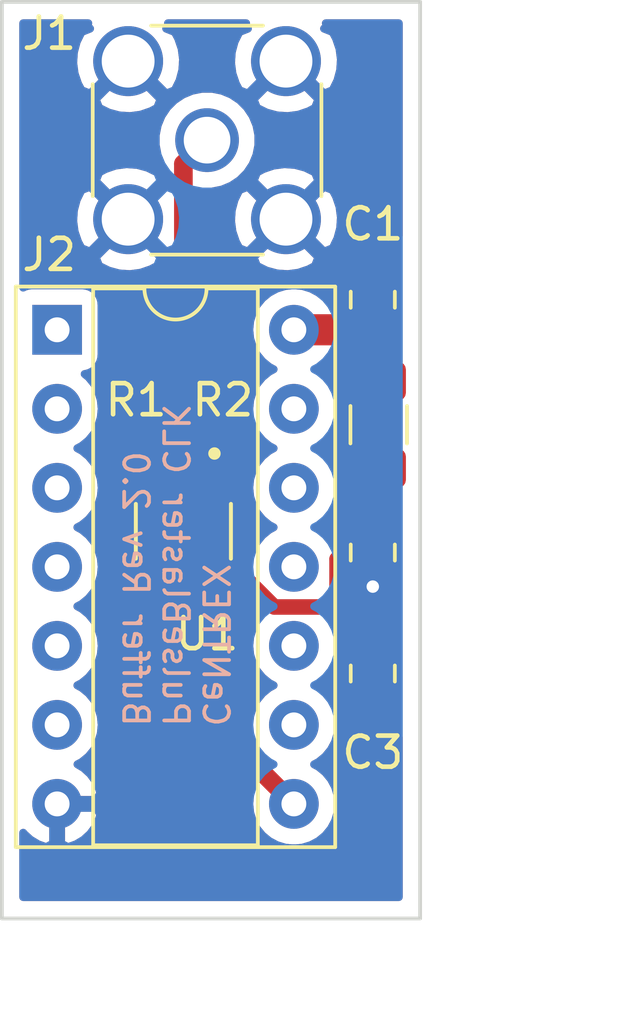
<source format=kicad_pcb>
(kicad_pcb (version 20171130) (host pcbnew "(5.1.4)-1")

  (general
    (thickness 1.6)
    (drawings 7)
    (tracks 23)
    (zones 0)
    (modules 9)
    (nets 17)
  )

  (page A4)
  (layers
    (0 F.Cu signal)
    (31 B.Cu signal)
    (32 B.Adhes user)
    (33 F.Adhes user)
    (34 B.Paste user)
    (35 F.Paste user)
    (36 B.SilkS user)
    (37 F.SilkS user)
    (38 B.Mask user)
    (39 F.Mask user)
    (40 Dwgs.User user)
    (41 Cmts.User user)
    (42 Eco1.User user)
    (43 Eco2.User user)
    (44 Edge.Cuts user)
    (45 Margin user)
    (46 B.CrtYd user)
    (47 F.CrtYd user)
    (48 B.Fab user)
    (49 F.Fab user hide)
  )

  (setup
    (last_trace_width 0.25)
    (trace_clearance 0.2)
    (zone_clearance 0.5)
    (zone_45_only no)
    (trace_min 0.2)
    (via_size 0.8)
    (via_drill 0.4)
    (via_min_size 0.4)
    (via_min_drill 0.3)
    (uvia_size 0.3)
    (uvia_drill 0.1)
    (uvias_allowed no)
    (uvia_min_size 0.2)
    (uvia_min_drill 0.1)
    (edge_width 0.12)
    (segment_width 0.2)
    (pcb_text_width 0.3)
    (pcb_text_size 1.5 1.5)
    (mod_edge_width 0.12)
    (mod_text_size 1 1)
    (mod_text_width 0.15)
    (pad_size 1.524 1.524)
    (pad_drill 0.762)
    (pad_to_mask_clearance 0.2)
    (aux_axis_origin 0 0)
    (visible_elements 7FFFFFFF)
    (pcbplotparams
      (layerselection 0x010fc_ffffffff)
      (usegerberextensions false)
      (usegerberattributes false)
      (usegerberadvancedattributes false)
      (creategerberjobfile false)
      (excludeedgelayer true)
      (linewidth 0.100000)
      (plotframeref false)
      (viasonmask false)
      (mode 1)
      (useauxorigin false)
      (hpglpennumber 1)
      (hpglpenspeed 20)
      (hpglpendiameter 15.000000)
      (psnegative false)
      (psa4output false)
      (plotreference true)
      (plotvalue true)
      (plotinvisibletext false)
      (padsonsilk false)
      (subtractmaskfromsilk false)
      (outputformat 1)
      (mirror false)
      (drillshape 0)
      (scaleselection 1)
      (outputdirectory "gerber/"))
  )

  (net 0 "")
  (net 1 GND)
  (net 2 VCC)
  (net 3 VD)
  (net 4 Clock_input)
  (net 5 "Net-(J2-Pad13)")
  (net 6 "Net-(J2-Pad6)")
  (net 7 "Net-(J2-Pad12)")
  (net 8 "Net-(J2-Pad5)")
  (net 9 D3.3V)
  (net 10 "Net-(J2-Pad4)")
  (net 11 "Net-(J2-Pad10)")
  (net 12 "Net-(J2-Pad3)")
  (net 13 "Net-(J2-Pad9)")
  (net 14 "Net-(J2-Pad2)")
  (net 15 Master_clock)
  (net 16 "Net-(J2-Pad1)")

  (net_class Default "This is the default net class."
    (clearance 0.2)
    (trace_width 0.25)
    (via_dia 0.8)
    (via_drill 0.4)
    (uvia_dia 0.3)
    (uvia_drill 0.1)
    (add_net Clock_input)
    (add_net D3.3V)
    (add_net GND)
    (add_net Master_clock)
    (add_net "Net-(J2-Pad1)")
    (add_net "Net-(J2-Pad10)")
    (add_net "Net-(J2-Pad12)")
    (add_net "Net-(J2-Pad13)")
    (add_net "Net-(J2-Pad2)")
    (add_net "Net-(J2-Pad3)")
    (add_net "Net-(J2-Pad4)")
    (add_net "Net-(J2-Pad5)")
    (add_net "Net-(J2-Pad6)")
    (add_net "Net-(J2-Pad9)")
    (add_net VCC)
    (add_net VD)
  )

  (module Capacitor_SMD:C_0805_2012Metric (layer F.Cu) (tedit 5B36C52B) (tstamp 5D9535AE)
    (at 156.464 106.934 270)
    (descr "Capacitor SMD 0805 (2012 Metric), square (rectangular) end terminal, IPC_7351 nominal, (Body size source: https://docs.google.com/spreadsheets/d/1BsfQQcO9C6DZCsRaXUlFlo91Tg2WpOkGARC1WS5S8t0/edit?usp=sharing), generated with kicad-footprint-generator")
    (tags capacitor)
    (path /5D4B5F45)
    (attr smd)
    (fp_text reference C3 (at 2.54 0 180) (layer F.SilkS)
      (effects (font (size 1 1) (thickness 0.15)))
    )
    (fp_text value 0.1u (at 0 1.65 90) (layer F.Fab)
      (effects (font (size 1 1) (thickness 0.15)))
    )
    (fp_text user %R (at 0 0 90) (layer F.Fab)
      (effects (font (size 0.5 0.5) (thickness 0.08)))
    )
    (fp_line (start 1.68 0.95) (end -1.68 0.95) (layer F.CrtYd) (width 0.05))
    (fp_line (start 1.68 -0.95) (end 1.68 0.95) (layer F.CrtYd) (width 0.05))
    (fp_line (start -1.68 -0.95) (end 1.68 -0.95) (layer F.CrtYd) (width 0.05))
    (fp_line (start -1.68 0.95) (end -1.68 -0.95) (layer F.CrtYd) (width 0.05))
    (fp_line (start -0.258578 0.71) (end 0.258578 0.71) (layer F.SilkS) (width 0.12))
    (fp_line (start -0.258578 -0.71) (end 0.258578 -0.71) (layer F.SilkS) (width 0.12))
    (fp_line (start 1 0.6) (end -1 0.6) (layer F.Fab) (width 0.1))
    (fp_line (start 1 -0.6) (end 1 0.6) (layer F.Fab) (width 0.1))
    (fp_line (start -1 -0.6) (end 1 -0.6) (layer F.Fab) (width 0.1))
    (fp_line (start -1 0.6) (end -1 -0.6) (layer F.Fab) (width 0.1))
    (pad 2 smd roundrect (at 0.9375 0 270) (size 0.975 1.4) (layers F.Cu F.Paste F.Mask) (roundrect_rratio 0.25)
      (net 1 GND))
    (pad 1 smd roundrect (at -0.9375 0 270) (size 0.975 1.4) (layers F.Cu F.Paste F.Mask) (roundrect_rratio 0.25)
      (net 3 VD))
    (model ${KISYS3DMOD}/Capacitor_SMD.3dshapes/C_0805_2012Metric.wrl
      (at (xyz 0 0 0))
      (scale (xyz 1 1 1))
      (rotate (xyz 0 0 0))
    )
  )

  (module Resistor_SMD:R_0402_1005Metric (layer F.Cu) (tedit 5B301BBD) (tstamp 5D952FE9)
    (at 151.407 99.314)
    (descr "Resistor SMD 0402 (1005 Metric), square (rectangular) end terminal, IPC_7351 nominal, (Body size source: http://www.tortai-tech.com/upload/download/2011102023233369053.pdf), generated with kicad-footprint-generator")
    (tags resistor)
    (path /5D950F54)
    (attr smd)
    (fp_text reference R2 (at 0.231 -1.17) (layer F.SilkS)
      (effects (font (size 1 1) (thickness 0.15)))
    )
    (fp_text value 100 (at 0 1.17) (layer F.Fab)
      (effects (font (size 1 1) (thickness 0.15)))
    )
    (fp_text user %R (at 0 0) (layer F.Fab)
      (effects (font (size 0.25 0.25) (thickness 0.04)))
    )
    (fp_line (start 0.93 0.47) (end -0.93 0.47) (layer F.CrtYd) (width 0.05))
    (fp_line (start 0.93 -0.47) (end 0.93 0.47) (layer F.CrtYd) (width 0.05))
    (fp_line (start -0.93 -0.47) (end 0.93 -0.47) (layer F.CrtYd) (width 0.05))
    (fp_line (start -0.93 0.47) (end -0.93 -0.47) (layer F.CrtYd) (width 0.05))
    (fp_line (start 0.5 0.25) (end -0.5 0.25) (layer F.Fab) (width 0.1))
    (fp_line (start 0.5 -0.25) (end 0.5 0.25) (layer F.Fab) (width 0.1))
    (fp_line (start -0.5 -0.25) (end 0.5 -0.25) (layer F.Fab) (width 0.1))
    (fp_line (start -0.5 0.25) (end -0.5 -0.25) (layer F.Fab) (width 0.1))
    (pad 2 smd roundrect (at 0.485 0) (size 0.59 0.64) (layers F.Cu F.Paste F.Mask) (roundrect_rratio 0.25)
      (net 1 GND))
    (pad 1 smd roundrect (at -0.485 0) (size 0.59 0.64) (layers F.Cu F.Paste F.Mask) (roundrect_rratio 0.25)
      (net 4 Clock_input))
    (model ${KISYS3DMOD}/Resistor_SMD.3dshapes/R_0402_1005Metric.wrl
      (at (xyz 0 0 0))
      (scale (xyz 1 1 1))
      (rotate (xyz 0 0 0))
    )
  )

  (module Resistor_SMD:R_0402_1005Metric (layer F.Cu) (tedit 5B301BBD) (tstamp 5D952FDA)
    (at 149.352 99.314)
    (descr "Resistor SMD 0402 (1005 Metric), square (rectangular) end terminal, IPC_7351 nominal, (Body size source: http://www.tortai-tech.com/upload/download/2011102023233369053.pdf), generated with kicad-footprint-generator")
    (tags resistor)
    (path /5D9516F8)
    (attr smd)
    (fp_text reference R1 (at -0.508 -1.17) (layer F.SilkS)
      (effects (font (size 1 1) (thickness 0.15)))
    )
    (fp_text value 100 (at 0 1.17) (layer F.Fab)
      (effects (font (size 1 1) (thickness 0.15)))
    )
    (fp_text user %R (at 0 0) (layer F.Fab)
      (effects (font (size 0.25 0.25) (thickness 0.04)))
    )
    (fp_line (start 0.93 0.47) (end -0.93 0.47) (layer F.CrtYd) (width 0.05))
    (fp_line (start 0.93 -0.47) (end 0.93 0.47) (layer F.CrtYd) (width 0.05))
    (fp_line (start -0.93 -0.47) (end 0.93 -0.47) (layer F.CrtYd) (width 0.05))
    (fp_line (start -0.93 0.47) (end -0.93 -0.47) (layer F.CrtYd) (width 0.05))
    (fp_line (start 0.5 0.25) (end -0.5 0.25) (layer F.Fab) (width 0.1))
    (fp_line (start 0.5 -0.25) (end 0.5 0.25) (layer F.Fab) (width 0.1))
    (fp_line (start -0.5 -0.25) (end 0.5 -0.25) (layer F.Fab) (width 0.1))
    (fp_line (start -0.5 0.25) (end -0.5 -0.25) (layer F.Fab) (width 0.1))
    (pad 2 smd roundrect (at 0.485 0) (size 0.59 0.64) (layers F.Cu F.Paste F.Mask) (roundrect_rratio 0.25)
      (net 4 Clock_input))
    (pad 1 smd roundrect (at -0.485 0) (size 0.59 0.64) (layers F.Cu F.Paste F.Mask) (roundrect_rratio 0.25)
      (net 1 GND))
    (model ${KISYS3DMOD}/Resistor_SMD.3dshapes/R_0402_1005Metric.wrl
      (at (xyz 0 0 0))
      (scale (xyz 1 1 1))
      (rotate (xyz 0 0 0))
    )
  )

  (module SN74LV1T34DBVR:SOT95P280X145-5N (layer F.Cu) (tedit 0) (tstamp 5D953D15)
    (at 150.368 102.362 270)
    (path /5D94D95B)
    (attr smd)
    (fp_text reference U1 (at 3.302 -0.762 180) (layer F.SilkS)
      (effects (font (size 1 1) (thickness 0.15)))
    )
    (fp_text value " " (at -0.176 2.1952 90) (layer F.SilkS)
      (effects (font (size 0.48 0.48) (thickness 0.05)))
    )
    (fp_line (start 2.11 -1.5) (end 2.11 1.5) (layer Eco1.User) (width 0.05))
    (fp_line (start -2.11 1.5) (end -2.11 -1.5) (layer Eco1.User) (width 0.05))
    (fp_line (start -1.13 1.5) (end -2.11 1.5) (layer Eco1.User) (width 0.05))
    (fp_line (start -1.13 1.78) (end -1.13 1.5) (layer Eco1.User) (width 0.05))
    (fp_line (start 1.13 1.78) (end -1.13 1.78) (layer Eco1.User) (width 0.05))
    (fp_line (start 1.13 1.5) (end 1.13 1.78) (layer Eco1.User) (width 0.05))
    (fp_line (start 2.11 1.5) (end 1.13 1.5) (layer Eco1.User) (width 0.05))
    (fp_line (start 1.13 -1.5) (end 2.11 -1.5) (layer Eco1.User) (width 0.05))
    (fp_line (start 1.13 -1.78) (end 1.13 -1.5) (layer Eco1.User) (width 0.05))
    (fp_line (start -1.13 -1.78) (end 1.13 -1.78) (layer Eco1.User) (width 0.05))
    (fp_line (start -1.13 -1.5) (end -1.13 -1.78) (layer Eco1.User) (width 0.05))
    (fp_line (start -2.11 -1.5) (end -1.13 -1.5) (layer Eco1.User) (width 0.05))
    (fp_circle (center -2.5 -1) (end -2.4 -1) (layer Eco2.User) (width 0.2))
    (fp_circle (center -2.5 -1) (end -2.4 -1) (layer F.SilkS) (width 0.2))
    (fp_line (start -0.88 1.53) (end 0.88 1.53) (layer F.SilkS) (width 0.127))
    (fp_line (start -0.88 -1.53) (end 0.88 -1.53) (layer F.SilkS) (width 0.127))
    (fp_line (start 0.88 1.53) (end -0.88 1.53) (layer Eco2.User) (width 0.127))
    (fp_line (start 0.88 -1.53) (end 0.88 1.53) (layer Eco2.User) (width 0.127))
    (fp_line (start -0.88 -1.53) (end 0.88 -1.53) (layer Eco2.User) (width 0.127))
    (fp_line (start -0.88 1.53) (end -0.88 -1.53) (layer Eco2.User) (width 0.127))
    (pad 5 smd rect (at 1.255 -0.95 270) (size 1.21 0.59) (layers F.Cu F.Paste F.Mask)
      (net 3 VD))
    (pad 4 smd rect (at 1.255 0.95 270) (size 1.21 0.59) (layers F.Cu F.Paste F.Mask)
      (net 15 Master_clock))
    (pad 3 smd rect (at -1.255 0.95 270) (size 1.21 0.59) (layers F.Cu F.Paste F.Mask)
      (net 1 GND))
    (pad 2 smd rect (at -1.255 0 270) (size 1.21 0.59) (layers F.Cu F.Paste F.Mask)
      (net 4 Clock_input))
    (pad 1 smd rect (at -1.255 -0.95 270) (size 1.21 0.59) (layers F.Cu F.Paste F.Mask))
  )

  (module Capacitor_SMD:C_0805_2012Metric (layer F.Cu) (tedit 5B36C52B) (tstamp 5D953E5B)
    (at 156.464 103.0455 270)
    (descr "Capacitor SMD 0805 (2012 Metric), square (rectangular) end terminal, IPC_7351 nominal, (Body size source: https://docs.google.com/spreadsheets/d/1BsfQQcO9C6DZCsRaXUlFlo91Tg2WpOkGARC1WS5S8t0/edit?usp=sharing), generated with kicad-footprint-generator")
    (tags capacitor)
    (path /5D4B5F13)
    (attr smd)
    (fp_text reference " " (at -0.1755 -3.048 180) (layer F.SilkS)
      (effects (font (size 1 1) (thickness 0.15)))
    )
    (fp_text value 1u (at 0 1.65 90) (layer F.Fab)
      (effects (font (size 1 1) (thickness 0.15)))
    )
    (fp_text user %R (at 0 0 90) (layer F.Fab)
      (effects (font (size 0.5 0.5) (thickness 0.08)))
    )
    (fp_line (start 1.68 0.95) (end -1.68 0.95) (layer F.CrtYd) (width 0.05))
    (fp_line (start 1.68 -0.95) (end 1.68 0.95) (layer F.CrtYd) (width 0.05))
    (fp_line (start -1.68 -0.95) (end 1.68 -0.95) (layer F.CrtYd) (width 0.05))
    (fp_line (start -1.68 0.95) (end -1.68 -0.95) (layer F.CrtYd) (width 0.05))
    (fp_line (start -0.258578 0.71) (end 0.258578 0.71) (layer F.SilkS) (width 0.12))
    (fp_line (start -0.258578 -0.71) (end 0.258578 -0.71) (layer F.SilkS) (width 0.12))
    (fp_line (start 1 0.6) (end -1 0.6) (layer F.Fab) (width 0.1))
    (fp_line (start 1 -0.6) (end 1 0.6) (layer F.Fab) (width 0.1))
    (fp_line (start -1 -0.6) (end 1 -0.6) (layer F.Fab) (width 0.1))
    (fp_line (start -1 0.6) (end -1 -0.6) (layer F.Fab) (width 0.1))
    (pad 2 smd roundrect (at 0.9375 0 270) (size 0.975 1.4) (layers F.Cu F.Paste F.Mask) (roundrect_rratio 0.25)
      (net 1 GND))
    (pad 1 smd roundrect (at -0.9375 0 270) (size 0.975 1.4) (layers F.Cu F.Paste F.Mask) (roundrect_rratio 0.25)
      (net 3 VD))
    (model ${KISYS3DMOD}/Capacitor_SMD.3dshapes/C_0805_2012Metric.wrl
      (at (xyz 0 0 0))
      (scale (xyz 1 1 1))
      (rotate (xyz 0 0 0))
    )
  )

  (module Capacitor_SMD:C_0805_2012Metric (layer F.Cu) (tedit 5B36C52B) (tstamp 5D658DA2)
    (at 156.464 94.9175 90)
    (descr "Capacitor SMD 0805 (2012 Metric), square (rectangular) end terminal, IPC_7351 nominal, (Body size source: https://docs.google.com/spreadsheets/d/1BsfQQcO9C6DZCsRaXUlFlo91Tg2WpOkGARC1WS5S8t0/edit?usp=sharing), generated with kicad-footprint-generator")
    (tags capacitor)
    (path /5D4B5E79)
    (attr smd)
    (fp_text reference C1 (at 2.428 0 180) (layer F.SilkS)
      (effects (font (size 1 1) (thickness 0.15)))
    )
    (fp_text value 10u (at 0 1.65 90) (layer F.Fab)
      (effects (font (size 1 1) (thickness 0.15)))
    )
    (fp_text user %R (at 0 0 90) (layer F.Fab)
      (effects (font (size 0.5 0.5) (thickness 0.08)))
    )
    (fp_line (start 1.68 0.95) (end -1.68 0.95) (layer F.CrtYd) (width 0.05))
    (fp_line (start 1.68 -0.95) (end 1.68 0.95) (layer F.CrtYd) (width 0.05))
    (fp_line (start -1.68 -0.95) (end 1.68 -0.95) (layer F.CrtYd) (width 0.05))
    (fp_line (start -1.68 0.95) (end -1.68 -0.95) (layer F.CrtYd) (width 0.05))
    (fp_line (start -0.258578 0.71) (end 0.258578 0.71) (layer F.SilkS) (width 0.12))
    (fp_line (start -0.258578 -0.71) (end 0.258578 -0.71) (layer F.SilkS) (width 0.12))
    (fp_line (start 1 0.6) (end -1 0.6) (layer F.Fab) (width 0.1))
    (fp_line (start 1 -0.6) (end 1 0.6) (layer F.Fab) (width 0.1))
    (fp_line (start -1 -0.6) (end 1 -0.6) (layer F.Fab) (width 0.1))
    (fp_line (start -1 0.6) (end -1 -0.6) (layer F.Fab) (width 0.1))
    (pad 2 smd roundrect (at 0.9375 0 90) (size 0.975 1.4) (layers F.Cu F.Paste F.Mask) (roundrect_rratio 0.25)
      (net 1 GND))
    (pad 1 smd roundrect (at -0.9375 0 90) (size 0.975 1.4) (layers F.Cu F.Paste F.Mask) (roundrect_rratio 0.25)
      (net 2 VCC))
    (model ${KISYS3DMOD}/Capacitor_SMD.3dshapes/C_0805_2012Metric.wrl
      (at (xyz 0 0 0))
      (scale (xyz 1 1 1))
      (rotate (xyz 0 0 0))
    )
  )

  (module Inductor_SMD:L_1206_3216Metric (layer F.Cu) (tedit 5B301BBE) (tstamp 5D5B517B)
    (at 156.6545 98.936 270)
    (descr "Inductor SMD 1206 (3216 Metric), square (rectangular) end terminal, IPC_7351 nominal, (Body size source: http://www.tortai-tech.com/upload/download/2011102023233369053.pdf), generated with kicad-footprint-generator")
    (tags inductor)
    (path /5D4B6730)
    (attr smd)
    (fp_text reference " " (at 0.124 -0.0635 180) (layer F.SilkS)
      (effects (font (size 1 1) (thickness 0.15)))
    )
    (fp_text value L_Core_Ferrite (at 0 1.82 90) (layer F.Fab)
      (effects (font (size 1 1) (thickness 0.15)))
    )
    (fp_text user %R (at 0 0 90) (layer F.Fab)
      (effects (font (size 0.8 0.8) (thickness 0.12)))
    )
    (fp_line (start 2.28 1.12) (end -2.28 1.12) (layer F.CrtYd) (width 0.05))
    (fp_line (start 2.28 -1.12) (end 2.28 1.12) (layer F.CrtYd) (width 0.05))
    (fp_line (start -2.28 -1.12) (end 2.28 -1.12) (layer F.CrtYd) (width 0.05))
    (fp_line (start -2.28 1.12) (end -2.28 -1.12) (layer F.CrtYd) (width 0.05))
    (fp_line (start -0.602064 0.91) (end 0.602064 0.91) (layer F.SilkS) (width 0.12))
    (fp_line (start -0.602064 -0.91) (end 0.602064 -0.91) (layer F.SilkS) (width 0.12))
    (fp_line (start 1.6 0.8) (end -1.6 0.8) (layer F.Fab) (width 0.1))
    (fp_line (start 1.6 -0.8) (end 1.6 0.8) (layer F.Fab) (width 0.1))
    (fp_line (start -1.6 -0.8) (end 1.6 -0.8) (layer F.Fab) (width 0.1))
    (fp_line (start -1.6 0.8) (end -1.6 -0.8) (layer F.Fab) (width 0.1))
    (pad 2 smd roundrect (at 1.4 0 270) (size 1.25 1.75) (layers F.Cu F.Paste F.Mask) (roundrect_rratio 0.2)
      (net 3 VD))
    (pad 1 smd roundrect (at -1.4 0 270) (size 1.25 1.75) (layers F.Cu F.Paste F.Mask) (roundrect_rratio 0.2)
      (net 2 VCC))
    (model ${KISYS3DMOD}/Inductor_SMD.3dshapes/L_1206_3216Metric.wrl
      (at (xyz 0 0 0))
      (scale (xyz 1 1 1))
      (rotate (xyz 0 0 0))
    )
  )

  (module Package_DIP:DIP-14_W7.62mm_Socket (layer F.Cu) (tedit 5A02E8C5) (tstamp 5D5B516A)
    (at 146.304 95.885)
    (descr "14-lead though-hole mounted DIP package, row spacing 7.62 mm (300 mils), Socket")
    (tags "THT DIP DIL PDIP 2.54mm 7.62mm 300mil Socket")
    (path /5D4B3594)
    (fp_text reference J2 (at -0.254 -2.413) (layer F.SilkS)
      (effects (font (size 1 1) (thickness 0.15)))
    )
    (fp_text value Conn_02x07_Counter_Clockwise (at 3.81 17.57) (layer F.Fab)
      (effects (font (size 1 1) (thickness 0.15)))
    )
    (fp_text user %R (at 3.81 7.62) (layer F.Fab)
      (effects (font (size 1 1) (thickness 0.15)))
    )
    (fp_line (start 9.15 -1.6) (end -1.55 -1.6) (layer F.CrtYd) (width 0.05))
    (fp_line (start 9.15 16.85) (end 9.15 -1.6) (layer F.CrtYd) (width 0.05))
    (fp_line (start -1.55 16.85) (end 9.15 16.85) (layer F.CrtYd) (width 0.05))
    (fp_line (start -1.55 -1.6) (end -1.55 16.85) (layer F.CrtYd) (width 0.05))
    (fp_line (start 8.95 -1.39) (end -1.33 -1.39) (layer F.SilkS) (width 0.12))
    (fp_line (start 8.95 16.63) (end 8.95 -1.39) (layer F.SilkS) (width 0.12))
    (fp_line (start -1.33 16.63) (end 8.95 16.63) (layer F.SilkS) (width 0.12))
    (fp_line (start -1.33 -1.39) (end -1.33 16.63) (layer F.SilkS) (width 0.12))
    (fp_line (start 6.46 -1.33) (end 4.81 -1.33) (layer F.SilkS) (width 0.12))
    (fp_line (start 6.46 16.57) (end 6.46 -1.33) (layer F.SilkS) (width 0.12))
    (fp_line (start 1.16 16.57) (end 6.46 16.57) (layer F.SilkS) (width 0.12))
    (fp_line (start 1.16 -1.33) (end 1.16 16.57) (layer F.SilkS) (width 0.12))
    (fp_line (start 2.81 -1.33) (end 1.16 -1.33) (layer F.SilkS) (width 0.12))
    (fp_line (start 8.89 -1.33) (end -1.27 -1.33) (layer F.Fab) (width 0.1))
    (fp_line (start 8.89 16.57) (end 8.89 -1.33) (layer F.Fab) (width 0.1))
    (fp_line (start -1.27 16.57) (end 8.89 16.57) (layer F.Fab) (width 0.1))
    (fp_line (start -1.27 -1.33) (end -1.27 16.57) (layer F.Fab) (width 0.1))
    (fp_line (start 0.635 -0.27) (end 1.635 -1.27) (layer F.Fab) (width 0.1))
    (fp_line (start 0.635 16.51) (end 0.635 -0.27) (layer F.Fab) (width 0.1))
    (fp_line (start 6.985 16.51) (end 0.635 16.51) (layer F.Fab) (width 0.1))
    (fp_line (start 6.985 -1.27) (end 6.985 16.51) (layer F.Fab) (width 0.1))
    (fp_line (start 1.635 -1.27) (end 6.985 -1.27) (layer F.Fab) (width 0.1))
    (fp_arc (start 3.81 -1.33) (end 2.81 -1.33) (angle -180) (layer F.SilkS) (width 0.12))
    (pad 14 thru_hole oval (at 7.62 0) (size 1.6 1.6) (drill 0.8) (layers *.Cu *.Mask)
      (net 2 VCC))
    (pad 7 thru_hole oval (at 0 15.24) (size 1.6 1.6) (drill 0.8) (layers *.Cu *.Mask)
      (net 1 GND))
    (pad 13 thru_hole oval (at 7.62 2.54) (size 1.6 1.6) (drill 0.8) (layers *.Cu *.Mask)
      (net 5 "Net-(J2-Pad13)"))
    (pad 6 thru_hole oval (at 0 12.7) (size 1.6 1.6) (drill 0.8) (layers *.Cu *.Mask)
      (net 6 "Net-(J2-Pad6)"))
    (pad 12 thru_hole oval (at 7.62 5.08) (size 1.6 1.6) (drill 0.8) (layers *.Cu *.Mask)
      (net 7 "Net-(J2-Pad12)"))
    (pad 5 thru_hole oval (at 0 10.16) (size 1.6 1.6) (drill 0.8) (layers *.Cu *.Mask)
      (net 8 "Net-(J2-Pad5)"))
    (pad 11 thru_hole oval (at 7.62 7.62) (size 1.6 1.6) (drill 0.8) (layers *.Cu *.Mask)
      (net 9 D3.3V))
    (pad 4 thru_hole oval (at 0 7.62) (size 1.6 1.6) (drill 0.8) (layers *.Cu *.Mask)
      (net 10 "Net-(J2-Pad4)"))
    (pad 10 thru_hole oval (at 7.62 10.16) (size 1.6 1.6) (drill 0.8) (layers *.Cu *.Mask)
      (net 11 "Net-(J2-Pad10)"))
    (pad 3 thru_hole oval (at 0 5.08) (size 1.6 1.6) (drill 0.8) (layers *.Cu *.Mask)
      (net 12 "Net-(J2-Pad3)"))
    (pad 9 thru_hole oval (at 7.62 12.7) (size 1.6 1.6) (drill 0.8) (layers *.Cu *.Mask)
      (net 13 "Net-(J2-Pad9)"))
    (pad 2 thru_hole oval (at 0 2.54) (size 1.6 1.6) (drill 0.8) (layers *.Cu *.Mask)
      (net 14 "Net-(J2-Pad2)"))
    (pad 8 thru_hole oval (at 7.62 15.24) (size 1.6 1.6) (drill 0.8) (layers *.Cu *.Mask)
      (net 15 Master_clock))
    (pad 1 thru_hole rect (at 0 0) (size 1.6 1.6) (drill 0.8) (layers *.Cu *.Mask)
      (net 16 "Net-(J2-Pad1)"))
    (model ${KISYS3DMOD}/Package_DIP.3dshapes/DIP-14_W7.62mm_Socket.wrl
      (at (xyz 0 0 0))
      (scale (xyz 1 1 1))
      (rotate (xyz 0 0 0))
    )
  )

  (module Connector_Coaxial:SMA_Amphenol_132134_Vertical (layer F.Cu) (tedit 5B2F4DB6) (tstamp 5D5B5140)
    (at 151.13 89.789)
    (descr https://www.amphenolrf.com/downloads/dl/file/id/2187/product/2843/132134_customer_drawing.pdf)
    (tags "SMA THT Female Jack Vertical ExtendedLegs")
    (path /5D4B36B5)
    (fp_text reference J1 (at -5.08 -3.429) (layer F.SilkS)
      (effects (font (size 1 1) (thickness 0.15)))
    )
    (fp_text value Conn_Coaxial (at 0 5) (layer F.Fab)
      (effects (font (size 1 1) (thickness 0.15)))
    )
    (fp_text user %R (at 0 0) (layer F.Fab)
      (effects (font (size 1 1) (thickness 0.15)))
    )
    (fp_line (start -1.8 -3.68) (end 1.8 -3.68) (layer F.SilkS) (width 0.12))
    (fp_line (start -1.8 3.68) (end 1.8 3.68) (layer F.SilkS) (width 0.12))
    (fp_line (start 3.68 -1.8) (end 3.68 1.8) (layer F.SilkS) (width 0.12))
    (fp_line (start -3.68 -1.8) (end -3.68 1.8) (layer F.SilkS) (width 0.12))
    (fp_line (start 3.5 -3.5) (end 3.5 3.5) (layer F.Fab) (width 0.1))
    (fp_line (start -3.5 3.5) (end 3.5 3.5) (layer F.Fab) (width 0.1))
    (fp_line (start -3.5 -3.5) (end -3.5 3.5) (layer F.Fab) (width 0.1))
    (fp_line (start -3.5 -3.5) (end 3.5 -3.5) (layer F.Fab) (width 0.1))
    (fp_line (start -4.17 -4.17) (end 4.17 -4.17) (layer F.CrtYd) (width 0.05))
    (fp_line (start -4.17 -4.17) (end -4.17 4.17) (layer F.CrtYd) (width 0.05))
    (fp_line (start 4.17 4.17) (end 4.17 -4.17) (layer F.CrtYd) (width 0.05))
    (fp_line (start 4.17 4.17) (end -4.17 4.17) (layer F.CrtYd) (width 0.05))
    (fp_circle (center 0 0) (end 3.175 0) (layer F.Fab) (width 0.1))
    (pad 2 thru_hole circle (at -2.54 2.54) (size 2.25 2.25) (drill 1.7) (layers *.Cu *.Mask)
      (net 1 GND))
    (pad 2 thru_hole circle (at -2.54 -2.54) (size 2.25 2.25) (drill 1.7) (layers *.Cu *.Mask)
      (net 1 GND))
    (pad 2 thru_hole circle (at 2.54 -2.54) (size 2.25 2.25) (drill 1.7) (layers *.Cu *.Mask)
      (net 1 GND))
    (pad 2 thru_hole circle (at 2.54 2.54) (size 2.25 2.25) (drill 1.7) (layers *.Cu *.Mask)
      (net 1 GND))
    (pad 1 thru_hole circle (at 0 0) (size 2.05 2.05) (drill 1.5) (layers *.Cu *.Mask)
      (net 4 Clock_input))
    (model ${KISYS3DMOD}/Connector_Coaxial.3dshapes/SMA_Amphenol_132134_Vertical.wrl
      (at (xyz 0 0 0))
      (scale (xyz 1 1 1))
      (rotate (xyz 0 0 0))
    )
  )

  (dimension 29.464 (width 0.05) (layer F.CrtYd)
    (gr_text "29.464 mm" (at 163.252 100.076 90) (layer F.CrtYd)
      (effects (font (size 1 1) (thickness 0.15)))
    )
    (feature1 (pts (xy 157.988 85.344) (xy 162.638421 85.344)))
    (feature2 (pts (xy 157.988 114.808) (xy 162.638421 114.808)))
    (crossbar (pts (xy 162.052 114.808) (xy 162.052 85.344)))
    (arrow1a (pts (xy 162.052 85.344) (xy 162.638421 86.470504)))
    (arrow1b (pts (xy 162.052 85.344) (xy 161.465579 86.470504)))
    (arrow2a (pts (xy 162.052 114.808) (xy 162.638421 113.681496)))
    (arrow2b (pts (xy 162.052 114.808) (xy 161.465579 113.681496)))
  )
  (dimension 13.462 (width 0.05) (layer F.CrtYd)
    (gr_text "13.462 mm" (at 151.257 118.802) (layer F.CrtYd)
      (effects (font (size 1 1) (thickness 0.15)))
    )
    (feature1 (pts (xy 144.526 114.808) (xy 144.526 118.188421)))
    (feature2 (pts (xy 157.988 114.808) (xy 157.988 118.188421)))
    (crossbar (pts (xy 157.988 117.602) (xy 144.526 117.602)))
    (arrow1a (pts (xy 144.526 117.602) (xy 145.652504 117.015579)))
    (arrow1b (pts (xy 144.526 117.602) (xy 145.652504 118.188421)))
    (arrow2a (pts (xy 157.988 117.602) (xy 156.861496 117.015579)))
    (arrow2b (pts (xy 157.988 117.602) (xy 156.861496 118.188421)))
  )
  (gr_text "CeNTREX \nPulseBlaster CLK\nBuffer Rev 2.0" (at 150.114 108.712 270) (layer B.SilkS)
    (effects (font (size 0.8 0.8) (thickness 0.12)) (justify left mirror))
  )
  (gr_line (start 157.988 85.344) (end 157.988 114.808) (layer Edge.Cuts) (width 0.12) (tstamp 5D82C464))
  (gr_line (start 144.526 85.344) (end 157.988 85.344) (layer Edge.Cuts) (width 0.12))
  (gr_line (start 144.526 114.808) (end 144.526 85.344) (layer Edge.Cuts) (width 0.12))
  (gr_line (start 157.988 114.808) (end 144.526 114.808) (layer Edge.Cuts) (width 0.12))

  (via (at 156.464 104.14) (size 0.8) (drill 0.4) (layers F.Cu B.Cu) (net 1))
  (segment (start 156.434 95.885) (end 156.464 95.855) (width 1) (layer F.Cu) (net 2))
  (segment (start 153.924 95.885) (end 156.434 95.885) (width 1) (layer F.Cu) (net 2))
  (segment (start 156.464 97.3455) (end 156.6545 97.536) (width 1) (layer F.Cu) (net 2))
  (segment (start 156.464 95.855) (end 156.464 97.3455) (width 1) (layer F.Cu) (net 2))
  (segment (start 156.6545 101.9175) (end 156.464 102.108) (width 1) (layer F.Cu) (net 3))
  (segment (start 156.6545 100.336) (end 156.6545 101.9175) (width 1) (layer F.Cu) (net 3))
  (segment (start 152.113 103.617) (end 151.318 103.617) (width 0.5) (layer F.Cu) (net 3))
  (segment (start 153.290999 104.794999) (end 152.113 103.617) (width 0.5) (layer F.Cu) (net 3))
  (segment (start 155.262499 104.794999) (end 153.290999 104.794999) (width 0.5) (layer F.Cu) (net 3))
  (segment (start 156.464 105.9965) (end 155.262499 104.794999) (width 0.5) (layer F.Cu) (net 3))
  (segment (start 155.907763 102.664237) (end 156.464 102.108) (width 0.5) (layer F.Cu) (net 3))
  (segment (start 155.31399 103.25801) (end 155.907763 102.664237) (width 0.5) (layer F.Cu) (net 3))
  (segment (start 155.31399 104.84649) (end 155.31399 103.25801) (width 0.5) (layer F.Cu) (net 3))
  (segment (start 156.464 105.9965) (end 155.31399 104.84649) (width 0.5) (layer F.Cu) (net 3))
  (segment (start 151.089 89.83) (end 151.13 89.789) (width 0.4) (layer F.Cu) (net 4))
  (segment (start 150.368 90.551) (end 151.13 89.789) (width 0.6) (layer F.Cu) (net 4))
  (segment (start 149.837 99.314) (end 150.368 99.314) (width 0.6) (layer F.Cu) (net 4))
  (segment (start 150.368 101.107) (end 150.368 99.314) (width 0.6) (layer F.Cu) (net 4))
  (segment (start 150.368 99.314) (end 150.368 90.551) (width 0.6) (layer F.Cu) (net 4))
  (segment (start 150.368 99.314) (end 150.922 99.314) (width 0.6) (layer F.Cu) (net 4))
  (segment (start 149.418 106.619) (end 149.418 103.617) (width 0.6) (layer F.Cu) (net 15))
  (segment (start 153.924 111.125) (end 149.418 106.619) (width 0.6) (layer F.Cu) (net 15))

  (zone (net 1) (net_name GND) (layer B.Cu) (tstamp 0) (hatch edge 0.508)
    (connect_pads (clearance 0.5))
    (min_thickness 0.254)
    (fill yes (arc_segments 32) (thermal_gap 0.508) (thermal_bridge_width 0.508))
    (polygon
      (pts
        (xy 157.988 114.808) (xy 144.526 114.808) (xy 144.526 85.344) (xy 157.988 85.344)
      )
    )
    (filled_polygon
      (pts
        (xy 147.250101 86.088709) (xy 147.365467 86.204075) (xy 147.088286 86.314921) (xy 146.934911 86.62584) (xy 146.84514 86.960705)
        (xy 146.822424 87.30665) (xy 146.867634 87.65038) (xy 146.979034 87.978685) (xy 147.088286 88.183079) (xy 147.365469 88.293926)
        (xy 148.410395 87.249) (xy 148.396253 87.234858) (xy 148.575858 87.055253) (xy 148.59 87.069395) (xy 148.604143 87.055253)
        (xy 148.783748 87.234858) (xy 148.769605 87.249) (xy 149.814531 88.293926) (xy 150.091714 88.183079) (xy 150.245089 87.87216)
        (xy 150.33486 87.537295) (xy 150.357576 87.19135) (xy 150.312366 86.84762) (xy 150.200966 86.519315) (xy 150.091714 86.314921)
        (xy 149.814533 86.204075) (xy 149.929899 86.088709) (xy 149.87219 86.031) (xy 152.38781 86.031) (xy 152.330101 86.088709)
        (xy 152.445467 86.204075) (xy 152.168286 86.314921) (xy 152.014911 86.62584) (xy 151.92514 86.960705) (xy 151.902424 87.30665)
        (xy 151.947634 87.65038) (xy 152.059034 87.978685) (xy 152.168286 88.183079) (xy 152.445469 88.293926) (xy 153.490395 87.249)
        (xy 153.476253 87.234858) (xy 153.655858 87.055253) (xy 153.67 87.069395) (xy 153.684143 87.055253) (xy 153.863748 87.234858)
        (xy 153.849605 87.249) (xy 154.894531 88.293926) (xy 155.171714 88.183079) (xy 155.325089 87.87216) (xy 155.41486 87.537295)
        (xy 155.437576 87.19135) (xy 155.392366 86.84762) (xy 155.280966 86.519315) (xy 155.171714 86.314921) (xy 154.894533 86.204075)
        (xy 155.009899 86.088709) (xy 154.95219 86.031) (xy 157.301 86.031) (xy 157.301001 114.121) (xy 145.213 114.121)
        (xy 145.213 112.05134) (xy 145.240481 112.088414) (xy 145.448869 112.277385) (xy 145.690119 112.42207) (xy 145.95496 112.516909)
        (xy 146.177 112.395624) (xy 146.177 111.252) (xy 146.431 111.252) (xy 146.431 112.395624) (xy 146.65304 112.516909)
        (xy 146.917881 112.42207) (xy 147.159131 112.277385) (xy 147.367519 112.088414) (xy 147.535037 111.86242) (xy 147.655246 111.608087)
        (xy 147.695904 111.474039) (xy 147.573915 111.252) (xy 146.431 111.252) (xy 146.177 111.252) (xy 146.157 111.252)
        (xy 146.157 110.998) (xy 146.177 110.998) (xy 146.177 110.978) (xy 146.431 110.978) (xy 146.431 110.998)
        (xy 147.573915 110.998) (xy 147.695904 110.775961) (xy 147.655246 110.641913) (xy 147.535037 110.38758) (xy 147.367519 110.161586)
        (xy 147.159131 109.972615) (xy 146.95932 109.852782) (xy 147.100634 109.777248) (xy 147.317923 109.598923) (xy 147.496248 109.381634)
        (xy 147.628755 109.133731) (xy 147.710352 108.864741) (xy 147.737904 108.585) (xy 147.710352 108.305259) (xy 147.628755 108.036269)
        (xy 147.496248 107.788366) (xy 147.317923 107.571077) (xy 147.100634 107.392752) (xy 146.95517 107.315) (xy 147.100634 107.237248)
        (xy 147.317923 107.058923) (xy 147.496248 106.841634) (xy 147.628755 106.593731) (xy 147.710352 106.324741) (xy 147.737904 106.045)
        (xy 147.710352 105.765259) (xy 147.628755 105.496269) (xy 147.496248 105.248366) (xy 147.317923 105.031077) (xy 147.100634 104.852752)
        (xy 146.95517 104.775) (xy 147.100634 104.697248) (xy 147.317923 104.518923) (xy 147.496248 104.301634) (xy 147.628755 104.053731)
        (xy 147.710352 103.784741) (xy 147.737904 103.505) (xy 147.710352 103.225259) (xy 147.628755 102.956269) (xy 147.496248 102.708366)
        (xy 147.317923 102.491077) (xy 147.100634 102.312752) (xy 146.95517 102.235) (xy 147.100634 102.157248) (xy 147.317923 101.978923)
        (xy 147.496248 101.761634) (xy 147.628755 101.513731) (xy 147.710352 101.244741) (xy 147.737904 100.965) (xy 147.710352 100.685259)
        (xy 147.628755 100.416269) (xy 147.496248 100.168366) (xy 147.317923 99.951077) (xy 147.100634 99.772752) (xy 146.95517 99.695)
        (xy 147.100634 99.617248) (xy 147.317923 99.438923) (xy 147.496248 99.221634) (xy 147.628755 98.973731) (xy 147.710352 98.704741)
        (xy 147.737904 98.425) (xy 147.710352 98.145259) (xy 147.628755 97.876269) (xy 147.496248 97.628366) (xy 147.317923 97.411077)
        (xy 147.190511 97.306512) (xy 147.226913 97.302927) (xy 147.345103 97.267075) (xy 147.454028 97.208853) (xy 147.549501 97.130501)
        (xy 147.627853 97.035028) (xy 147.686075 96.926103) (xy 147.721927 96.807913) (xy 147.734033 96.685) (xy 147.734033 95.885)
        (xy 152.490096 95.885) (xy 152.517648 96.164741) (xy 152.599245 96.433731) (xy 152.731752 96.681634) (xy 152.910077 96.898923)
        (xy 153.127366 97.077248) (xy 153.27283 97.155) (xy 153.127366 97.232752) (xy 152.910077 97.411077) (xy 152.731752 97.628366)
        (xy 152.599245 97.876269) (xy 152.517648 98.145259) (xy 152.490096 98.425) (xy 152.517648 98.704741) (xy 152.599245 98.973731)
        (xy 152.731752 99.221634) (xy 152.910077 99.438923) (xy 153.127366 99.617248) (xy 153.27283 99.695) (xy 153.127366 99.772752)
        (xy 152.910077 99.951077) (xy 152.731752 100.168366) (xy 152.599245 100.416269) (xy 152.517648 100.685259) (xy 152.490096 100.965)
        (xy 152.517648 101.244741) (xy 152.599245 101.513731) (xy 152.731752 101.761634) (xy 152.910077 101.978923) (xy 153.127366 102.157248)
        (xy 153.27283 102.235) (xy 153.127366 102.312752) (xy 152.910077 102.491077) (xy 152.731752 102.708366) (xy 152.599245 102.956269)
        (xy 152.517648 103.225259) (xy 152.490096 103.505) (xy 152.517648 103.784741) (xy 152.599245 104.053731) (xy 152.731752 104.301634)
        (xy 152.910077 104.518923) (xy 153.127366 104.697248) (xy 153.27283 104.775) (xy 153.127366 104.852752) (xy 152.910077 105.031077)
        (xy 152.731752 105.248366) (xy 152.599245 105.496269) (xy 152.517648 105.765259) (xy 152.490096 106.045) (xy 152.517648 106.324741)
        (xy 152.599245 106.593731) (xy 152.731752 106.841634) (xy 152.910077 107.058923) (xy 153.127366 107.237248) (xy 153.27283 107.315)
        (xy 153.127366 107.392752) (xy 152.910077 107.571077) (xy 152.731752 107.788366) (xy 152.599245 108.036269) (xy 152.517648 108.305259)
        (xy 152.490096 108.585) (xy 152.517648 108.864741) (xy 152.599245 109.133731) (xy 152.731752 109.381634) (xy 152.910077 109.598923)
        (xy 153.127366 109.777248) (xy 153.27283 109.855) (xy 153.127366 109.932752) (xy 152.910077 110.111077) (xy 152.731752 110.328366)
        (xy 152.599245 110.576269) (xy 152.517648 110.845259) (xy 152.490096 111.125) (xy 152.517648 111.404741) (xy 152.599245 111.673731)
        (xy 152.731752 111.921634) (xy 152.910077 112.138923) (xy 153.127366 112.317248) (xy 153.375269 112.449755) (xy 153.644259 112.531352)
        (xy 153.853902 112.552) (xy 153.994098 112.552) (xy 154.203741 112.531352) (xy 154.472731 112.449755) (xy 154.720634 112.317248)
        (xy 154.937923 112.138923) (xy 155.116248 111.921634) (xy 155.248755 111.673731) (xy 155.330352 111.404741) (xy 155.357904 111.125)
        (xy 155.330352 110.845259) (xy 155.248755 110.576269) (xy 155.116248 110.328366) (xy 154.937923 110.111077) (xy 154.720634 109.932752)
        (xy 154.57517 109.855) (xy 154.720634 109.777248) (xy 154.937923 109.598923) (xy 155.116248 109.381634) (xy 155.248755 109.133731)
        (xy 155.330352 108.864741) (xy 155.357904 108.585) (xy 155.330352 108.305259) (xy 155.248755 108.036269) (xy 155.116248 107.788366)
        (xy 154.937923 107.571077) (xy 154.720634 107.392752) (xy 154.57517 107.315) (xy 154.720634 107.237248) (xy 154.937923 107.058923)
        (xy 155.116248 106.841634) (xy 155.248755 106.593731) (xy 155.330352 106.324741) (xy 155.357904 106.045) (xy 155.330352 105.765259)
        (xy 155.248755 105.496269) (xy 155.116248 105.248366) (xy 154.937923 105.031077) (xy 154.720634 104.852752) (xy 154.57517 104.775)
        (xy 154.720634 104.697248) (xy 154.937923 104.518923) (xy 155.116248 104.301634) (xy 155.248755 104.053731) (xy 155.330352 103.784741)
        (xy 155.357904 103.505) (xy 155.330352 103.225259) (xy 155.248755 102.956269) (xy 155.116248 102.708366) (xy 154.937923 102.491077)
        (xy 154.720634 102.312752) (xy 154.57517 102.235) (xy 154.720634 102.157248) (xy 154.937923 101.978923) (xy 155.116248 101.761634)
        (xy 155.248755 101.513731) (xy 155.330352 101.244741) (xy 155.357904 100.965) (xy 155.330352 100.685259) (xy 155.248755 100.416269)
        (xy 155.116248 100.168366) (xy 154.937923 99.951077) (xy 154.720634 99.772752) (xy 154.57517 99.695) (xy 154.720634 99.617248)
        (xy 154.937923 99.438923) (xy 155.116248 99.221634) (xy 155.248755 98.973731) (xy 155.330352 98.704741) (xy 155.357904 98.425)
        (xy 155.330352 98.145259) (xy 155.248755 97.876269) (xy 155.116248 97.628366) (xy 154.937923 97.411077) (xy 154.720634 97.232752)
        (xy 154.57517 97.155) (xy 154.720634 97.077248) (xy 154.937923 96.898923) (xy 155.116248 96.681634) (xy 155.248755 96.433731)
        (xy 155.330352 96.164741) (xy 155.357904 95.885) (xy 155.330352 95.605259) (xy 155.248755 95.336269) (xy 155.116248 95.088366)
        (xy 154.937923 94.871077) (xy 154.720634 94.692752) (xy 154.472731 94.560245) (xy 154.203741 94.478648) (xy 153.994098 94.458)
        (xy 153.853902 94.458) (xy 153.644259 94.478648) (xy 153.375269 94.560245) (xy 153.127366 94.692752) (xy 152.910077 94.871077)
        (xy 152.731752 95.088366) (xy 152.599245 95.336269) (xy 152.517648 95.605259) (xy 152.490096 95.885) (xy 147.734033 95.885)
        (xy 147.734033 95.085) (xy 147.721927 94.962087) (xy 147.686075 94.843897) (xy 147.627853 94.734972) (xy 147.549501 94.639499)
        (xy 147.454028 94.561147) (xy 147.345103 94.502925) (xy 147.226913 94.467073) (xy 147.104 94.454967) (xy 145.504 94.454967)
        (xy 145.381087 94.467073) (xy 145.262897 94.502925) (xy 145.213 94.529596) (xy 145.213 93.553531) (xy 147.545074 93.553531)
        (xy 147.655921 93.830714) (xy 147.96684 93.984089) (xy 148.301705 94.07386) (xy 148.64765 94.096576) (xy 148.99138 94.051366)
        (xy 149.319685 93.939966) (xy 149.524079 93.830714) (xy 149.634926 93.553531) (xy 152.625074 93.553531) (xy 152.735921 93.830714)
        (xy 153.04684 93.984089) (xy 153.381705 94.07386) (xy 153.72765 94.096576) (xy 154.07138 94.051366) (xy 154.399685 93.939966)
        (xy 154.604079 93.830714) (xy 154.714926 93.553531) (xy 153.67 92.508605) (xy 152.625074 93.553531) (xy 149.634926 93.553531)
        (xy 148.59 92.508605) (xy 147.545074 93.553531) (xy 145.213 93.553531) (xy 145.213 92.38665) (xy 146.822424 92.38665)
        (xy 146.867634 92.73038) (xy 146.979034 93.058685) (xy 147.088286 93.263079) (xy 147.365469 93.373926) (xy 148.410395 92.329)
        (xy 148.769605 92.329) (xy 149.814531 93.373926) (xy 150.091714 93.263079) (xy 150.245089 92.95216) (xy 150.33486 92.617295)
        (xy 150.350004 92.38665) (xy 151.902424 92.38665) (xy 151.947634 92.73038) (xy 152.059034 93.058685) (xy 152.168286 93.263079)
        (xy 152.445469 93.373926) (xy 153.490395 92.329) (xy 153.849605 92.329) (xy 154.894531 93.373926) (xy 155.171714 93.263079)
        (xy 155.325089 92.95216) (xy 155.41486 92.617295) (xy 155.437576 92.27135) (xy 155.392366 91.92762) (xy 155.280966 91.599315)
        (xy 155.171714 91.394921) (xy 154.894531 91.284074) (xy 153.849605 92.329) (xy 153.490395 92.329) (xy 152.445469 91.284074)
        (xy 152.168286 91.394921) (xy 152.014911 91.70584) (xy 151.92514 92.040705) (xy 151.902424 92.38665) (xy 150.350004 92.38665)
        (xy 150.357576 92.27135) (xy 150.312366 91.92762) (xy 150.200966 91.599315) (xy 150.091714 91.394921) (xy 149.814531 91.284074)
        (xy 148.769605 92.329) (xy 148.410395 92.329) (xy 147.365469 91.284074) (xy 147.088286 91.394921) (xy 146.934911 91.70584)
        (xy 146.84514 92.040705) (xy 146.822424 92.38665) (xy 145.213 92.38665) (xy 145.213 91.104469) (xy 147.545074 91.104469)
        (xy 148.59 92.149395) (xy 149.634926 91.104469) (xy 149.524079 90.827286) (xy 149.21316 90.673911) (xy 148.878295 90.58414)
        (xy 148.53235 90.561424) (xy 148.18862 90.606634) (xy 147.860315 90.718034) (xy 147.655921 90.827286) (xy 147.545074 91.104469)
        (xy 145.213 91.104469) (xy 145.213 89.626292) (xy 149.478 89.626292) (xy 149.478 89.951708) (xy 149.541486 90.270871)
        (xy 149.666017 90.571515) (xy 149.846808 90.842088) (xy 150.076912 91.072192) (xy 150.347485 91.252983) (xy 150.648129 91.377514)
        (xy 150.967292 91.441) (xy 151.292708 91.441) (xy 151.611871 91.377514) (xy 151.912515 91.252983) (xy 152.134782 91.104469)
        (xy 152.625074 91.104469) (xy 153.67 92.149395) (xy 154.714926 91.104469) (xy 154.604079 90.827286) (xy 154.29316 90.673911)
        (xy 153.958295 90.58414) (xy 153.61235 90.561424) (xy 153.26862 90.606634) (xy 152.940315 90.718034) (xy 152.735921 90.827286)
        (xy 152.625074 91.104469) (xy 152.134782 91.104469) (xy 152.183088 91.072192) (xy 152.413192 90.842088) (xy 152.593983 90.571515)
        (xy 152.718514 90.270871) (xy 152.782 89.951708) (xy 152.782 89.626292) (xy 152.718514 89.307129) (xy 152.593983 89.006485)
        (xy 152.413192 88.735912) (xy 152.183088 88.505808) (xy 152.134783 88.473531) (xy 152.625074 88.473531) (xy 152.735921 88.750714)
        (xy 153.04684 88.904089) (xy 153.381705 88.99386) (xy 153.72765 89.016576) (xy 154.07138 88.971366) (xy 154.399685 88.859966)
        (xy 154.604079 88.750714) (xy 154.714926 88.473531) (xy 153.67 87.428605) (xy 152.625074 88.473531) (xy 152.134783 88.473531)
        (xy 151.912515 88.325017) (xy 151.611871 88.200486) (xy 151.292708 88.137) (xy 150.967292 88.137) (xy 150.648129 88.200486)
        (xy 150.347485 88.325017) (xy 150.076912 88.505808) (xy 149.846808 88.735912) (xy 149.666017 89.006485) (xy 149.541486 89.307129)
        (xy 149.478 89.626292) (xy 145.213 89.626292) (xy 145.213 88.473531) (xy 147.545074 88.473531) (xy 147.655921 88.750714)
        (xy 147.96684 88.904089) (xy 148.301705 88.99386) (xy 148.64765 89.016576) (xy 148.99138 88.971366) (xy 149.319685 88.859966)
        (xy 149.524079 88.750714) (xy 149.634926 88.473531) (xy 148.59 87.428605) (xy 147.545074 88.473531) (xy 145.213 88.473531)
        (xy 145.213 86.031) (xy 147.30781 86.031)
      )
    )
  )
  (zone (net 1) (net_name GND) (layer F.Cu) (tstamp 0) (hatch edge 0.508)
    (connect_pads (clearance 0.5))
    (min_thickness 0.254)
    (fill yes (arc_segments 32) (thermal_gap 0.508) (thermal_bridge_width 0.508))
    (polygon
      (pts
        (xy 157.988 114.808) (xy 144.526 114.808) (xy 144.526 85.344) (xy 157.988 85.344)
      )
    )
    (filled_polygon
      (pts
        (xy 147.250101 86.088709) (xy 147.365467 86.204075) (xy 147.088286 86.314921) (xy 146.934911 86.62584) (xy 146.84514 86.960705)
        (xy 146.822424 87.30665) (xy 146.867634 87.65038) (xy 146.979034 87.978685) (xy 147.088286 88.183079) (xy 147.365469 88.293926)
        (xy 148.410395 87.249) (xy 148.396253 87.234858) (xy 148.575858 87.055253) (xy 148.59 87.069395) (xy 148.604143 87.055253)
        (xy 148.783748 87.234858) (xy 148.769605 87.249) (xy 149.814531 88.293926) (xy 150.091714 88.183079) (xy 150.245089 87.87216)
        (xy 150.33486 87.537295) (xy 150.357576 87.19135) (xy 150.312366 86.84762) (xy 150.200966 86.519315) (xy 150.091714 86.314921)
        (xy 149.814533 86.204075) (xy 149.929899 86.088709) (xy 149.87219 86.031) (xy 152.38781 86.031) (xy 152.330101 86.088709)
        (xy 152.445467 86.204075) (xy 152.168286 86.314921) (xy 152.014911 86.62584) (xy 151.92514 86.960705) (xy 151.902424 87.30665)
        (xy 151.947634 87.65038) (xy 152.059034 87.978685) (xy 152.168286 88.183079) (xy 152.445469 88.293926) (xy 153.490395 87.249)
        (xy 153.476253 87.234858) (xy 153.655858 87.055253) (xy 153.67 87.069395) (xy 153.684143 87.055253) (xy 153.863748 87.234858)
        (xy 153.849605 87.249) (xy 154.894531 88.293926) (xy 155.171714 88.183079) (xy 155.325089 87.87216) (xy 155.41486 87.537295)
        (xy 155.437576 87.19135) (xy 155.392366 86.84762) (xy 155.280966 86.519315) (xy 155.171714 86.314921) (xy 154.894533 86.204075)
        (xy 155.009899 86.088709) (xy 154.95219 86.031) (xy 157.301 86.031) (xy 157.301 92.870485) (xy 157.288482 92.866688)
        (xy 157.164 92.854428) (xy 156.74975 92.8575) (xy 156.591 93.01625) (xy 156.591 93.853) (xy 156.611 93.853)
        (xy 156.611 94.107) (xy 156.591 94.107) (xy 156.591 94.127) (xy 156.337 94.127) (xy 156.337 94.107)
        (xy 155.28775 94.107) (xy 155.129 94.26575) (xy 155.125928 94.4675) (xy 155.138188 94.591982) (xy 155.174498 94.71168)
        (xy 155.199257 94.758) (xy 154.800139 94.758) (xy 154.720634 94.692752) (xy 154.472731 94.560245) (xy 154.203741 94.478648)
        (xy 153.994098 94.458) (xy 153.853902 94.458) (xy 153.644259 94.478648) (xy 153.375269 94.560245) (xy 153.127366 94.692752)
        (xy 152.910077 94.871077) (xy 152.731752 95.088366) (xy 152.599245 95.336269) (xy 152.517648 95.605259) (xy 152.490096 95.885)
        (xy 152.517648 96.164741) (xy 152.599245 96.433731) (xy 152.731752 96.681634) (xy 152.910077 96.898923) (xy 153.127366 97.077248)
        (xy 153.27283 97.155) (xy 153.127366 97.232752) (xy 152.910077 97.411077) (xy 152.731752 97.628366) (xy 152.599245 97.876269)
        (xy 152.517648 98.145259) (xy 152.490096 98.425) (xy 152.491239 98.4366) (xy 152.43118 98.404498) (xy 152.311482 98.368188)
        (xy 152.187 98.355928) (xy 152.17775 98.359) (xy 152.019 98.51775) (xy 152.019 99.187) (xy 152.039 99.187)
        (xy 152.039 99.441) (xy 152.019 99.441) (xy 152.019 99.461) (xy 151.847033 99.461) (xy 151.847033 99.379509)
        (xy 151.853485 99.314) (xy 151.847033 99.248491) (xy 151.847033 99.1415) (xy 151.832093 98.989811) (xy 151.787847 98.843951)
        (xy 151.765 98.801207) (xy 151.765 98.51775) (xy 151.60625 98.359) (xy 151.597 98.355928) (xy 151.472518 98.368188)
        (xy 151.35282 98.404498) (xy 151.335707 98.413645) (xy 151.295 98.401297) (xy 151.295 93.553531) (xy 152.625074 93.553531)
        (xy 152.735921 93.830714) (xy 153.04684 93.984089) (xy 153.381705 94.07386) (xy 153.72765 94.096576) (xy 154.07138 94.051366)
        (xy 154.399685 93.939966) (xy 154.604079 93.830714) (xy 154.714926 93.553531) (xy 153.67 92.508605) (xy 152.625074 93.553531)
        (xy 151.295 93.553531) (xy 151.295 92.38665) (xy 151.902424 92.38665) (xy 151.947634 92.73038) (xy 152.059034 93.058685)
        (xy 152.168286 93.263079) (xy 152.445469 93.373926) (xy 153.490395 92.329) (xy 153.849605 92.329) (xy 154.894531 93.373926)
        (xy 155.169787 93.26385) (xy 155.138188 93.368018) (xy 155.125928 93.4925) (xy 155.129 93.69425) (xy 155.28775 93.853)
        (xy 156.337 93.853) (xy 156.337 93.01625) (xy 156.17825 92.8575) (xy 155.764 92.854428) (xy 155.639518 92.866688)
        (xy 155.51982 92.902998) (xy 155.409506 92.961963) (xy 155.312815 93.041315) (xy 155.233463 93.138006) (xy 155.232801 93.139244)
        (xy 155.325089 92.95216) (xy 155.41486 92.617295) (xy 155.437576 92.27135) (xy 155.392366 91.92762) (xy 155.280966 91.599315)
        (xy 155.171714 91.394921) (xy 154.894531 91.284074) (xy 153.849605 92.329) (xy 153.490395 92.329) (xy 152.445469 91.284074)
        (xy 152.168286 91.394921) (xy 152.014911 91.70584) (xy 151.92514 92.040705) (xy 151.902424 92.38665) (xy 151.295 92.38665)
        (xy 151.295 91.440544) (xy 151.611871 91.377514) (xy 151.912515 91.252983) (xy 152.134782 91.104469) (xy 152.625074 91.104469)
        (xy 153.67 92.149395) (xy 154.714926 91.104469) (xy 154.604079 90.827286) (xy 154.29316 90.673911) (xy 153.958295 90.58414)
        (xy 153.61235 90.561424) (xy 153.26862 90.606634) (xy 152.940315 90.718034) (xy 152.735921 90.827286) (xy 152.625074 91.104469)
        (xy 152.134782 91.104469) (xy 152.183088 91.072192) (xy 152.413192 90.842088) (xy 152.593983 90.571515) (xy 152.718514 90.270871)
        (xy 152.782 89.951708) (xy 152.782 89.626292) (xy 152.718514 89.307129) (xy 152.593983 89.006485) (xy 152.413192 88.735912)
        (xy 152.183088 88.505808) (xy 152.134783 88.473531) (xy 152.625074 88.473531) (xy 152.735921 88.750714) (xy 153.04684 88.904089)
        (xy 153.381705 88.99386) (xy 153.72765 89.016576) (xy 154.07138 88.971366) (xy 154.399685 88.859966) (xy 154.604079 88.750714)
        (xy 154.714926 88.473531) (xy 153.67 87.428605) (xy 152.625074 88.473531) (xy 152.134783 88.473531) (xy 151.912515 88.325017)
        (xy 151.611871 88.200486) (xy 151.292708 88.137) (xy 150.967292 88.137) (xy 150.648129 88.200486) (xy 150.347485 88.325017)
        (xy 150.076912 88.505808) (xy 149.846808 88.735912) (xy 149.666017 89.006485) (xy 149.541486 89.307129) (xy 149.478 89.626292)
        (xy 149.478 89.951708) (xy 149.521181 90.168792) (xy 149.50742 90.194537) (xy 149.49039 90.250679) (xy 149.454414 90.369276)
        (xy 149.441001 90.505462) (xy 149.436516 90.551) (xy 149.441001 90.596537) (xy 149.441001 90.786304) (xy 149.21316 90.673911)
        (xy 148.878295 90.58414) (xy 148.53235 90.561424) (xy 148.18862 90.606634) (xy 147.860315 90.718034) (xy 147.655921 90.827286)
        (xy 147.545074 91.104469) (xy 148.59 92.149395) (xy 148.604143 92.135253) (xy 148.783748 92.314858) (xy 148.769605 92.329)
        (xy 148.783748 92.343143) (xy 148.604143 92.522748) (xy 148.59 92.508605) (xy 147.545074 93.553531) (xy 147.655921 93.830714)
        (xy 147.96684 93.984089) (xy 148.301705 94.07386) (xy 148.64765 94.096576) (xy 148.99138 94.051366) (xy 149.319685 93.939966)
        (xy 149.441001 93.875121) (xy 149.441 98.408274) (xy 149.423293 98.413645) (xy 149.40618 98.404498) (xy 149.286482 98.368188)
        (xy 149.162 98.355928) (xy 149.15275 98.359) (xy 148.994 98.51775) (xy 148.994 98.801207) (xy 148.971153 98.843951)
        (xy 148.926907 98.989811) (xy 148.911967 99.1415) (xy 148.911967 99.248491) (xy 148.905515 99.314) (xy 148.911967 99.379509)
        (xy 148.911967 99.461) (xy 148.74 99.461) (xy 148.74 99.441) (xy 148.09575 99.441) (xy 147.937 99.59975)
        (xy 147.933928 99.634) (xy 147.946188 99.758482) (xy 147.982498 99.87818) (xy 148.041463 99.988494) (xy 148.120815 100.085185)
        (xy 148.217506 100.164537) (xy 148.32782 100.223502) (xy 148.447518 100.259812) (xy 148.530417 100.267977) (xy 148.497188 100.377518)
        (xy 148.484928 100.502) (xy 148.488 100.82125) (xy 148.64675 100.98) (xy 149.291 100.98) (xy 149.291 100.96)
        (xy 149.441 100.96) (xy 149.441 101.152537) (xy 149.442967 101.172509) (xy 149.442967 101.712) (xy 149.455073 101.834913)
        (xy 149.490925 101.953103) (xy 149.545 102.05427) (xy 149.545 102.18825) (xy 149.70375 102.347) (xy 149.713 102.350072)
        (xy 149.837482 102.337812) (xy 149.906781 102.31679) (xy 149.950087 102.329927) (xy 150.073 102.342033) (xy 150.663 102.342033)
        (xy 150.785913 102.329927) (xy 150.843 102.31261) (xy 150.900087 102.329927) (xy 151.023 102.342033) (xy 151.613 102.342033)
        (xy 151.735913 102.329927) (xy 151.854103 102.294075) (xy 151.963028 102.235853) (xy 152.058501 102.157501) (xy 152.136853 102.062028)
        (xy 152.195075 101.953103) (xy 152.230927 101.834913) (xy 152.243033 101.712) (xy 152.243033 100.502) (xy 152.230927 100.379087)
        (xy 152.198132 100.270976) (xy 152.311482 100.259812) (xy 152.43118 100.223502) (xy 152.541494 100.164537) (xy 152.638185 100.085185)
        (xy 152.717537 99.988494) (xy 152.776502 99.87818) (xy 152.812812 99.758482) (xy 152.825072 99.634) (xy 152.822 99.59975)
        (xy 152.663252 99.441002) (xy 152.822 99.441002) (xy 152.822 99.331601) (xy 152.910077 99.438923) (xy 153.127366 99.617248)
        (xy 153.27283 99.695) (xy 153.127366 99.772752) (xy 152.910077 99.951077) (xy 152.731752 100.168366) (xy 152.599245 100.416269)
        (xy 152.517648 100.685259) (xy 152.490096 100.965) (xy 152.517648 101.244741) (xy 152.599245 101.513731) (xy 152.731752 101.761634)
        (xy 152.910077 101.978923) (xy 153.127366 102.157248) (xy 153.27283 102.235) (xy 153.127366 102.312752) (xy 152.910077 102.491077)
        (xy 152.731752 102.708366) (xy 152.627014 102.904316) (xy 152.602592 102.884273) (xy 152.450237 102.802838) (xy 152.284922 102.75269)
        (xy 152.179809 102.742337) (xy 152.136853 102.661972) (xy 152.058501 102.566499) (xy 151.963028 102.488147) (xy 151.854103 102.429925)
        (xy 151.735913 102.394073) (xy 151.613 102.381967) (xy 151.023 102.381967) (xy 150.900087 102.394073) (xy 150.781897 102.429925)
        (xy 150.672972 102.488147) (xy 150.577499 102.566499) (xy 150.499147 102.661972) (xy 150.440925 102.770897) (xy 150.405073 102.889087)
        (xy 150.392967 103.012) (xy 150.392967 104.222) (xy 150.405073 104.344913) (xy 150.440925 104.463103) (xy 150.499147 104.572028)
        (xy 150.577499 104.667501) (xy 150.672972 104.745853) (xy 150.781897 104.804075) (xy 150.900087 104.839927) (xy 151.023 104.852033)
        (xy 151.613 104.852033) (xy 151.735913 104.839927) (xy 151.854103 104.804075) (xy 151.963028 104.745853) (xy 151.984207 104.728472)
        (xy 152.640402 105.384667) (xy 152.651603 105.398315) (xy 152.599245 105.496269) (xy 152.517648 105.765259) (xy 152.490096 106.045)
        (xy 152.517648 106.324741) (xy 152.599245 106.593731) (xy 152.731752 106.841634) (xy 152.910077 107.058923) (xy 153.127366 107.237248)
        (xy 153.27283 107.315) (xy 153.127366 107.392752) (xy 152.910077 107.571077) (xy 152.731752 107.788366) (xy 152.599245 108.036269)
        (xy 152.517648 108.305259) (xy 152.508466 108.398491) (xy 150.345 106.235025) (xy 150.345 103.571462) (xy 150.343033 103.55149)
        (xy 150.343033 103.012) (xy 150.330927 102.889087) (xy 150.295075 102.770897) (xy 150.236853 102.661972) (xy 150.158501 102.566499)
        (xy 150.063028 102.488147) (xy 149.954103 102.429925) (xy 149.835913 102.394073) (xy 149.713 102.381967) (xy 149.123 102.381967)
        (xy 149.000087 102.394073) (xy 148.881897 102.429925) (xy 148.772972 102.488147) (xy 148.677499 102.566499) (xy 148.599147 102.661972)
        (xy 148.540925 102.770897) (xy 148.505073 102.889087) (xy 148.492967 103.012) (xy 148.492967 103.551501) (xy 148.491001 103.571462)
        (xy 148.491 106.573472) (xy 148.486516 106.619) (xy 148.491 106.664527) (xy 148.491 106.664537) (xy 148.504413 106.800723)
        (xy 148.544483 106.932815) (xy 148.55742 106.975463) (xy 148.643499 107.136505) (xy 148.678085 107.178648) (xy 148.759341 107.277659)
        (xy 148.794713 107.306688) (xy 152.501118 111.013093) (xy 152.490096 111.125) (xy 152.517648 111.404741) (xy 152.599245 111.673731)
        (xy 152.731752 111.921634) (xy 152.910077 112.138923) (xy 153.127366 112.317248) (xy 153.375269 112.449755) (xy 153.644259 112.531352)
        (xy 153.853902 112.552) (xy 153.994098 112.552) (xy 154.203741 112.531352) (xy 154.472731 112.449755) (xy 154.720634 112.317248)
        (xy 154.937923 112.138923) (xy 155.116248 111.921634) (xy 155.248755 111.673731) (xy 155.330352 111.404741) (xy 155.357904 111.125)
        (xy 155.330352 110.845259) (xy 155.248755 110.576269) (xy 155.116248 110.328366) (xy 154.937923 110.111077) (xy 154.720634 109.932752)
        (xy 154.57517 109.855) (xy 154.720634 109.777248) (xy 154.937923 109.598923) (xy 155.116248 109.381634) (xy 155.248755 109.133731)
        (xy 155.330352 108.864741) (xy 155.334012 108.827581) (xy 155.409506 108.889537) (xy 155.51982 108.948502) (xy 155.639518 108.984812)
        (xy 155.764 108.997072) (xy 156.17825 108.994) (xy 156.337 108.83525) (xy 156.337 107.9985) (xy 156.317 107.9985)
        (xy 156.317 107.7445) (xy 156.337 107.7445) (xy 156.337 107.7245) (xy 156.591 107.7245) (xy 156.591 107.7445)
        (xy 156.611 107.7445) (xy 156.611 107.9985) (xy 156.591 107.9985) (xy 156.591 108.83525) (xy 156.74975 108.994)
        (xy 157.164 108.997072) (xy 157.288482 108.984812) (xy 157.301001 108.981014) (xy 157.301001 114.121) (xy 145.213 114.121)
        (xy 145.213 112.05134) (xy 145.240481 112.088414) (xy 145.448869 112.277385) (xy 145.690119 112.42207) (xy 145.95496 112.516909)
        (xy 146.177 112.395624) (xy 146.177 111.252) (xy 146.431 111.252) (xy 146.431 112.395624) (xy 146.65304 112.516909)
        (xy 146.917881 112.42207) (xy 147.159131 112.277385) (xy 147.367519 112.088414) (xy 147.535037 111.86242) (xy 147.655246 111.608087)
        (xy 147.695904 111.474039) (xy 147.573915 111.252) (xy 146.431 111.252) (xy 146.177 111.252) (xy 146.157 111.252)
        (xy 146.157 110.998) (xy 146.177 110.998) (xy 146.177 110.978) (xy 146.431 110.978) (xy 146.431 110.998)
        (xy 147.573915 110.998) (xy 147.695904 110.775961) (xy 147.655246 110.641913) (xy 147.535037 110.38758) (xy 147.367519 110.161586)
        (xy 147.159131 109.972615) (xy 146.95932 109.852782) (xy 147.100634 109.777248) (xy 147.317923 109.598923) (xy 147.496248 109.381634)
        (xy 147.628755 109.133731) (xy 147.710352 108.864741) (xy 147.737904 108.585) (xy 147.710352 108.305259) (xy 147.628755 108.036269)
        (xy 147.496248 107.788366) (xy 147.317923 107.571077) (xy 147.100634 107.392752) (xy 146.95517 107.315) (xy 147.100634 107.237248)
        (xy 147.317923 107.058923) (xy 147.496248 106.841634) (xy 147.628755 106.593731) (xy 147.710352 106.324741) (xy 147.737904 106.045)
        (xy 147.710352 105.765259) (xy 147.628755 105.496269) (xy 147.496248 105.248366) (xy 147.317923 105.031077) (xy 147.100634 104.852752)
        (xy 146.95517 104.775) (xy 147.100634 104.697248) (xy 147.317923 104.518923) (xy 147.496248 104.301634) (xy 147.628755 104.053731)
        (xy 147.710352 103.784741) (xy 147.737904 103.505) (xy 147.710352 103.225259) (xy 147.628755 102.956269) (xy 147.496248 102.708366)
        (xy 147.317923 102.491077) (xy 147.100634 102.312752) (xy 146.95517 102.235) (xy 147.100634 102.157248) (xy 147.317923 101.978923)
        (xy 147.496248 101.761634) (xy 147.522777 101.712) (xy 148.484928 101.712) (xy 148.497188 101.836482) (xy 148.533498 101.95618)
        (xy 148.592463 102.066494) (xy 148.671815 102.163185) (xy 148.768506 102.242537) (xy 148.87882 102.301502) (xy 148.998518 102.337812)
        (xy 149.123 102.350072) (xy 149.13225 102.347) (xy 149.291 102.18825) (xy 149.291 101.234) (xy 148.64675 101.234)
        (xy 148.488 101.39275) (xy 148.484928 101.712) (xy 147.522777 101.712) (xy 147.628755 101.513731) (xy 147.710352 101.244741)
        (xy 147.737904 100.965) (xy 147.710352 100.685259) (xy 147.628755 100.416269) (xy 147.496248 100.168366) (xy 147.317923 99.951077)
        (xy 147.100634 99.772752) (xy 146.95517 99.695) (xy 147.100634 99.617248) (xy 147.317923 99.438923) (xy 147.496248 99.221634)
        (xy 147.61792 98.994) (xy 147.933928 98.994) (xy 147.937 99.02825) (xy 148.09575 99.187) (xy 148.74 99.187)
        (xy 148.74 98.51775) (xy 148.58125 98.359) (xy 148.572 98.355928) (xy 148.447518 98.368188) (xy 148.32782 98.404498)
        (xy 148.217506 98.463463) (xy 148.120815 98.542815) (xy 148.041463 98.639506) (xy 147.982498 98.74982) (xy 147.946188 98.869518)
        (xy 147.933928 98.994) (xy 147.61792 98.994) (xy 147.628755 98.973731) (xy 147.710352 98.704741) (xy 147.737904 98.425)
        (xy 147.710352 98.145259) (xy 147.628755 97.876269) (xy 147.496248 97.628366) (xy 147.317923 97.411077) (xy 147.190511 97.306512)
        (xy 147.226913 97.302927) (xy 147.345103 97.267075) (xy 147.454028 97.208853) (xy 147.549501 97.130501) (xy 147.627853 97.035028)
        (xy 147.686075 96.926103) (xy 147.721927 96.807913) (xy 147.734033 96.685) (xy 147.734033 95.085) (xy 147.721927 94.962087)
        (xy 147.686075 94.843897) (xy 147.627853 94.734972) (xy 147.549501 94.639499) (xy 147.454028 94.561147) (xy 147.345103 94.502925)
        (xy 147.226913 94.467073) (xy 147.104 94.454967) (xy 145.504 94.454967) (xy 145.381087 94.467073) (xy 145.262897 94.502925)
        (xy 145.213 94.529596) (xy 145.213 92.38665) (xy 146.822424 92.38665) (xy 146.867634 92.73038) (xy 146.979034 93.058685)
        (xy 147.088286 93.263079) (xy 147.365469 93.373926) (xy 148.410395 92.329) (xy 147.365469 91.284074) (xy 147.088286 91.394921)
        (xy 146.934911 91.70584) (xy 146.84514 92.040705) (xy 146.822424 92.38665) (xy 145.213 92.38665) (xy 145.213 88.473531)
        (xy 147.545074 88.473531) (xy 147.655921 88.750714) (xy 147.96684 88.904089) (xy 148.301705 88.99386) (xy 148.64765 89.016576)
        (xy 148.99138 88.971366) (xy 149.319685 88.859966) (xy 149.524079 88.750714) (xy 149.634926 88.473531) (xy 148.59 87.428605)
        (xy 147.545074 88.473531) (xy 145.213 88.473531) (xy 145.213 86.031) (xy 147.30781 86.031)
      )
    )
    (filled_polygon
      (pts
        (xy 156.591 103.856) (xy 156.611 103.856) (xy 156.611 104.11) (xy 156.591 104.11) (xy 156.591 104.13)
        (xy 156.337 104.13) (xy 156.337 104.11) (xy 156.317 104.11) (xy 156.317 103.856) (xy 156.337 103.856)
        (xy 156.337 103.836) (xy 156.591 103.836)
      )
    )
  )
)

</source>
